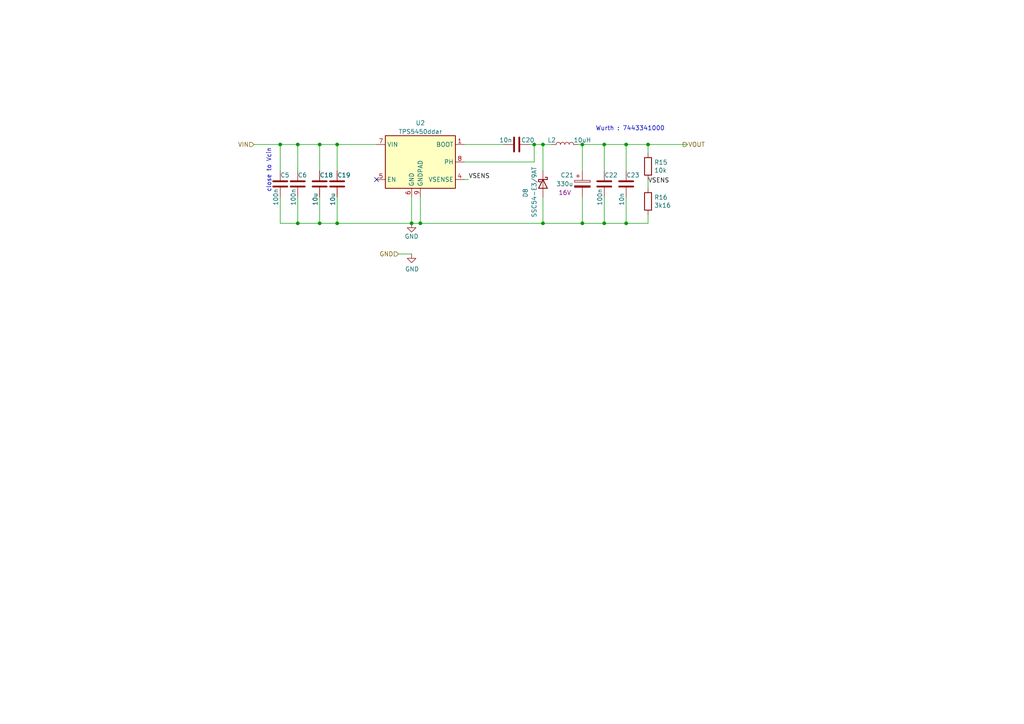
<source format=kicad_sch>
(kicad_sch (version 20211123) (generator eeschema)
  (paper "A4")
  (lib_symbols
    (symbol "Device:C" (pin_numbers hide) (pin_names (offset 0.254))
      (property "Reference" "C" (at 0.635 2.54 0))
      (property "Value" "C" (at 0.635 -2.54 0))
      (symbol "C_0_1"
        (polyline (pts (xy -2.032 -0.762) (xy 2.032 -0.762)) (stroke (width 0.508)))
        (polyline (pts (xy -2.032 0.762) (xy 2.032 0.762)) (stroke (width 0.508)))
      )
      (symbol "C_1_1"
        (pin passive line (at 0 3.81 270) (length 2.794) (name "~") (number "1"))
        (pin passive line (at 0 -3.81 90) (length 2.794) (name "~") (number "2"))
      )
    )
    (symbol "Device:C_Polarized" (pin_numbers hide) (pin_names (offset 0.254))
      (property "Reference" "C" (at 0.635 2.54 0))
      (property "Value" "C_Polarized" (at 0.635 -2.54 0))
      (symbol "C_Polarized_0_1"
        (rectangle (start -2.286 0.508) (end 2.286 1.016))
        (polyline (pts (xy -1.778 2.286) (xy -0.762 2.286)))
        (polyline (pts (xy -1.27 2.794) (xy -1.27 1.778)))
        (rectangle (start 2.286 -0.508) (end -2.286 -1.016) (fill (type outline)))
      )
      (symbol "C_Polarized_1_1"
        (pin passive line (at 0 3.81 270) (length 2.794) (name "~") (number "1"))
        (pin passive line (at 0 -3.81 90) (length 2.794) (name "~") (number "2"))
      )
    )
    (symbol "Device:D_Schottky" (pin_numbers hide) (pin_names (offset 1.016) hide)
      (property "Reference" "D" (at 0 2.54 0))
      (property "Value" "D_Schottky" (at 0 -2.54 0))
      (symbol "D_Schottky_0_1"
        (polyline (pts (xy 1.27 0) (xy -1.27 0)))
        (polyline (pts (xy 1.27 1.27) (xy 1.27 -1.27) (xy -1.27 0) (xy 1.27 1.27)) (stroke (width 0.254)))
        (polyline (pts (xy -1.905 0.635) (xy -1.905 1.27) (xy -1.27 1.27) (xy -1.27 -1.27) (xy -0.635 -1.27) (xy -0.635 -0.635)) (stroke (width 0.254)))
      )
      (symbol "D_Schottky_1_1"
        (pin passive line (at -3.81 0 0) (length 2.54) (name "K") (number "1"))
        (pin passive line (at 3.81 0 180) (length 2.54) (name "A") (number "2"))
      )
    )
    (symbol "Device:L" (pin_numbers hide) (pin_names (offset 1.016) hide)
      (property "Reference" "L" (at -1.27 0 90))
      (property "Value" "L" (at 1.905 0 90))
      (symbol "L_0_1"
        (arc (start 0 -2.54) (mid 0.635 -1.905) (end 0 -1.27))
        (arc (start 0 -1.27) (mid 0.635 -0.635) (end 0 0))
        (arc (start 0 0) (mid 0.635 0.635) (end 0 1.27))
        (arc (start 0 1.27) (mid 0.635 1.905) (end 0 2.54))
      )
      (symbol "L_1_1"
        (pin passive line (at 0 3.81 270) (length 1.27) (name "1") (number "1"))
        (pin passive line (at 0 -3.81 90) (length 1.27) (name "2") (number "2"))
      )
    )
    (symbol "Device:R" (pin_numbers hide) (pin_names (offset 0))
      (property "Reference" "R" (at 2.032 0 90))
      (property "Value" "R" (at 0 0 90))
      (symbol "R_0_1"
        (rectangle (start -1.016 -2.54) (end 1.016 2.54) (stroke (width 0.254)))
      )
      (symbol "R_1_1"
        (pin passive line (at 0 3.81 270) (length 1.27) (name "~") (number "1"))
        (pin passive line (at 0 -3.81 90) (length 1.27) (name "~") (number "2"))
      )
    )
    (symbol "Regulator_Switching:TPS5431DDA"
      (property "Reference" "U" (at -10.16 8.89 0))
      (property "Value" "TPS5431DDA" (at -1.27 8.89 0))
      (symbol "TPS5431DDA_0_1"
        (rectangle (start -10.16 7.62) (end 10.16 -7.62) (stroke (width 0.254)) (fill (type background)))
      )
      (symbol "TPS5431DDA_1_1"
        (pin input line (at 12.7 5.08 180) (length 2.54) (name "BOOT") (number "1"))
        (pin no_connect line (at -10.16 2.54 0) (length 2.54) hide (name "NC") (number "2"))
        (pin no_connect line (at -10.16 -2.54 0) (length 2.54) hide (name "NC") (number "3"))
        (pin input line (at 12.7 -5.08 180) (length 2.54) (name "VSENSE") (number "4"))
        (pin input line (at -12.7 -5.08 0) (length 2.54) (name "EN") (number "5"))
        (pin power_in line (at -2.54 -10.16 90) (length 2.54) (name "GND") (number "6"))
        (pin power_in line (at -12.7 5.08 0) (length 2.54) (name "VIN") (number "7"))
        (pin output line (at 12.7 0 180) (length 2.54) (name "PH") (number "8"))
        (pin power_in line (at 0 -10.16 90) (length 2.54) (name "GNDPAD") (number "9"))
      )
    )
    (symbol "power:GND" (power) (pin_names (offset 0))
      (property "Value" "GND" (at 0 -3.81 0))
      (symbol "GND_0_1"
        (polyline (pts (xy 0 0) (xy 0 -1.27) (xy 1.27 -1.27) (xy 0 -2.54) (xy -1.27 -1.27) (xy 0 -1.27)))
      )
      (symbol "GND_1_1"
        (pin power_in line (at 0 0 270) (length 0) hide (name "GND") (number "1"))
      )
    )
  )
  (junction (at 175.26 64.77))
  (junction (at 86.36 64.77))
  (junction (at 168.91 41.91))
  (junction (at 121.92 64.77))
  (junction (at 154.94 41.91))
  (junction (at 157.48 41.91))
  (junction (at 92.71 41.91))
  (junction (at 119.38 64.77))
  (junction (at 181.61 41.91))
  (junction (at 187.96 41.91))
  (junction (at 157.48 64.77))
  (junction (at 97.79 41.91))
  (junction (at 168.91 64.77))
  (junction (at 92.71 64.77))
  (junction (at 181.61 64.77))
  (junction (at 97.79 64.77))
  (junction (at 175.26 41.91))
  (junction (at 81.28 41.91))
  (junction (at 86.36 41.91))
  (no_connect (at 109.22 52.07))
  (wire (pts (xy 168.91 49.53) (xy 168.91 41.91)))
  (wire (pts (xy 86.36 64.77) (xy 92.71 64.77)))
  (wire (pts (xy 187.96 62.23) (xy 187.96 64.77)))
  (wire (pts (xy 134.62 52.07) (xy 135.89 52.07)))
  (wire (pts (xy 175.26 41.91) (xy 168.91 41.91)))
  (wire (pts (xy 187.96 41.91) (xy 199.39 41.91)))
  (wire (pts (xy 92.71 41.91) (xy 97.79 41.91)))
  (wire (pts (xy 175.26 41.91) (xy 181.61 41.91)))
  (wire (pts (xy 168.91 64.77) (xy 175.26 64.77)))
  (wire (pts (xy 73.66 41.91) (xy 81.28 41.91)))
  (wire (pts (xy 154.94 41.91) (xy 157.48 41.91)))
  (wire (pts (xy 154.94 46.99) (xy 134.62 46.99)))
  (wire (pts (xy 121.92 57.15) (xy 121.92 64.77)))
  (wire (pts (xy 92.71 64.77) (xy 97.79 64.77)))
  (wire (pts (xy 181.61 41.91) (xy 181.61 49.53)))
  (wire (pts (xy 153.67 41.91) (xy 154.94 41.91)))
  (wire (pts (xy 187.96 52.07) (xy 187.96 54.61)))
  (wire (pts (xy 121.92 64.77) (xy 157.48 64.77)))
  (wire (pts (xy 81.28 57.15) (xy 81.28 64.77)))
  (wire (pts (xy 168.91 57.15) (xy 168.91 64.77)))
  (wire (pts (xy 157.48 57.15) (xy 157.48 64.77)))
  (wire (pts (xy 86.36 41.91) (xy 86.36 49.53)))
  (wire (pts (xy 81.28 41.91) (xy 86.36 41.91)))
  (wire (pts (xy 181.61 41.91) (xy 187.96 41.91)))
  (wire (pts (xy 119.38 64.77) (xy 121.92 64.77)))
  (wire (pts (xy 187.96 41.91) (xy 187.96 44.45)))
  (wire (pts (xy 154.94 41.91) (xy 154.94 46.99)))
  (wire (pts (xy 97.79 57.15) (xy 97.79 64.77)))
  (wire (pts (xy 97.79 64.77) (xy 119.38 64.77)))
  (wire (pts (xy 157.48 64.77) (xy 168.91 64.77)))
  (wire (pts (xy 157.48 41.91) (xy 160.02 41.91)))
  (wire (pts (xy 86.36 57.15) (xy 86.36 64.77)))
  (wire (pts (xy 81.28 41.91) (xy 81.28 49.53)))
  (wire (pts (xy 175.26 41.91) (xy 175.26 49.53)))
  (wire (pts (xy 92.71 57.15) (xy 92.71 64.77)))
  (wire (pts (xy 97.79 49.53) (xy 97.79 41.91)))
  (wire (pts (xy 97.79 41.91) (xy 109.22 41.91)))
  (wire (pts (xy 81.28 64.77) (xy 86.36 64.77)))
  (wire (pts (xy 134.62 41.91) (xy 146.05 41.91)))
  (wire (pts (xy 86.36 41.91) (xy 92.71 41.91)))
  (wire (pts (xy 175.26 64.77) (xy 181.61 64.77)))
  (wire (pts (xy 119.38 57.15) (xy 119.38 64.77)))
  (wire (pts (xy 92.71 49.53) (xy 92.71 41.91)))
  (wire (pts (xy 175.26 57.15) (xy 175.26 64.77)))
  (wire (pts (xy 181.61 64.77) (xy 187.96 64.77)))
  (wire (pts (xy 115.57 73.66) (xy 119.38 73.66)))
  (wire (pts (xy 181.61 57.15) (xy 181.61 64.77)))
  (wire (pts (xy 157.48 41.91) (xy 157.48 49.53)))
  (wire (pts (xy 168.91 41.91) (xy 167.64 41.91)))
  (text "close to Vcin" (at 78.74 55.88 90) (effects (font (size 1.27 1.27)) (justify left bottom)))
  (text "Wurth : 7443341000" (at 172.72 38.1 0) (effects (font (size 1.27 1.27)) (justify left bottom)))
  (label "VSENS" (at 135.89 52.07 0))
  (label "VSENS" (at 187.96 53.34 0))
  (hierarchical_label "VIN" (shape input) (at 73.66 41.91 180))
  (hierarchical_label "GND" (shape input) (at 115.57 73.66 180))
  (hierarchical_label "VOUT" (shape output) (at 198.12 41.91 0))
  (symbol (lib_id "Device:C") (at 81.28 53.34 0) (unit 1)
    (property "Reference" "C5" (at 81.28 50.8 0) (effects (justify left)))
    (property "Value" "100n" (at 80.01 59.69 90) (effects (justify left)))
    (property "Footprint" "Capacitor_SMD:C_0805_2012Metric_Pad1.18x1.45mm_HandSolder" (effects hide))
  )
  (symbol (lib_id "power:GND") (at 119.38 64.77 0) (unit 1)
    (property "Reference" "#PWR03" (effects hide))
    (property "Value" "GND" (at 119.38 68.58 0))
  )
  (symbol (lib_id "Device:L") (at 163.83 41.91 90) (unit 1)
    (property "Reference" "L2" (at 160.02 40.64 90))
    (property "Value" "10uH" (at 168.91 40.64 90))
    (property "Footprint" "Inductor_SMD:L_Wuerth_HCI-1335" (effects hide))
  )
  (symbol (lib_id "Device:R") (at 187.96 48.26 0) (unit 1)
    (property "Reference" "R15" (at 189.738 47.0916 0) (effects (justify left)))
    (property "Value" "10k" (at 189.738 49.403 0) (effects (justify left)))
    (property "Footprint" "Resistor_SMD:R_0603_1608Metric_Pad0.98x0.95mm_HandSolder" (effects hide))
  )
  (symbol (lib_id "power:GND") (at 119.38 73.66 0) (unit 1)
    (property "Reference" "#PWR04" (effects hide))
    (property "Value" "GND" (at 119.507 78.0542 0))
  )
  (symbol (lib_id "Device:C_Polarized") (at 168.91 53.34 0) (unit 1)
    (property "Reference" "C21" (at 162.56 50.8 0) (effects (justify left)))
    (property "Value" "330u" (at 161.29 53.34 0) (effects (justify left)))
    (property "Footprint" "Capacitor_SMD:CP_Elec_8x11.9" (effects hide))
    (property "Field4" "16V" (at 163.83 55.88 0))
    (property "Field5" "Wurth 875075355004" (effects hide))
  )
  (symbol (lib_id "Device:C") (at 181.61 53.34 0) (unit 1)
    (property "Reference" "C23" (at 181.61 50.8 0) (effects (justify left)))
    (property "Value" "10n" (at 180.34 59.69 90) (effects (justify left)))
    (property "Footprint" "Capacitor_SMD:C_0805_2012Metric_Pad1.18x1.45mm_HandSolder" (effects hide))
  )
  (symbol (lib_id "Device:C") (at 175.26 53.34 0) (unit 1)
    (property "Reference" "C22" (at 175.26 50.8 0) (effects (justify left)))
    (property "Value" "100n" (at 173.99 59.69 90) (effects (justify left)))
    (property "Footprint" "Capacitor_SMD:C_0805_2012Metric_Pad1.18x1.45mm_HandSolder" (effects hide))
  )
  (symbol (lib_id "Device:C") (at 149.86 41.91 270) (unit 1)
    (property "Reference" "C20" (at 151.13 40.64 90) (effects (justify left)))
    (property "Value" "10n" (at 144.78 40.64 90) (effects (justify left)))
    (property "Footprint" "Capacitor_SMD:C_0805_2012Metric_Pad1.18x1.45mm_HandSolder" (effects hide))
  )
  (symbol (lib_id "Device:D_Schottky") (at 157.48 53.34 270) (unit 1)
    (property "Reference" "D8" (at 152.4 54.61 0) (effects (justify left)))
    (property "Value" "SSC54-E3/9AT" (at 154.94 48.26 0) (effects (justify left)))
    (property "Footprint" "Diode_SMD:D_SMC_Handsoldering" (effects hide))
  )
  (symbol (lib_id "Device:C") (at 97.79 53.34 0) (unit 1)
    (property "Reference" "C19" (at 97.79 50.8 0) (effects (justify left)))
    (property "Value" "10u" (at 96.52 59.69 90) (effects (justify left)))
    (property "Footprint" "Capacitor_SMD:C_1210_3225Metric_Pad1.33x2.70mm_HandSolder" (effects hide))
  )
  (symbol (lib_id "Device:C") (at 92.71 53.34 0) (unit 1)
    (property "Reference" "C18" (at 92.71 50.8 0) (effects (justify left)))
    (property "Value" "10u" (at 91.44 59.69 90) (effects (justify left)))
    (property "Footprint" "Capacitor_SMD:C_1210_3225Metric_Pad1.33x2.70mm_HandSolder" (effects hide))
  )
  (symbol (lib_id "Device:R") (at 187.96 58.42 0) (unit 1)
    (property "Reference" "R16" (at 189.738 57.2516 0) (effects (justify left)))
    (property "Value" "3k16" (at 189.738 59.563 0) (effects (justify left)))
    (property "Footprint" "Resistor_SMD:R_0603_1608Metric_Pad0.98x0.95mm_HandSolder" (effects hide))
  )
  (symbol (lib_id "Device:C") (at 86.36 53.34 0) (unit 1)
    (property "Reference" "C6" (at 86.36 50.8 0) (effects (justify left)))
    (property "Value" "100n" (at 85.09 59.69 90) (effects (justify left)))
    (property "Footprint" "Capacitor_SMD:C_0805_2012Metric_Pad1.18x1.45mm_HandSolder" (effects hide))
  )
  (symbol (lib_id "Regulator_Switching:TPS5431DDA") (at 121.92 46.99 0) (unit 1)
    (property "Reference" "U2" (at 121.92 35.6702 0))
    (property "Value" "TPS5450ddar" (at 121.92 38.2071 0))
    (property "Footprint" "Package_SO:TI_SO-PowerPAD-8_ThermalVias" (effects hide))
    (property "Datasheet" "http://www.ti.com/lit/ds/symlink/tps5430.pdf" (effects hide))
  )
)
</source>
